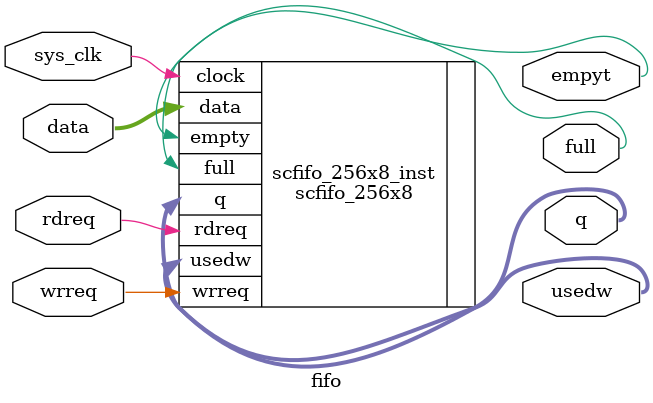
<source format=v>
module fifo
(
    input           sys_clk     ,
    input   [7:0]   data        ,
    input           rdreq       ,
    input           wrreq       ,
    
    output          empyt       ,
    output          full        ,
    output  [7:0]   q           ,
    output  [7:0]   usedw       
);

scfifo_256x8    scfifo_256x8_inst (
    .clock  (sys_clk    ),
    .data   (data   ),
    .rdreq  (rdreq  ),
    .wrreq  (wrreq  ),
    .empty  (empyt  ),
    .full   (full   ),
    .q      (q      ),
    .usedw  (usedw  )
    );


endmodule
</source>
